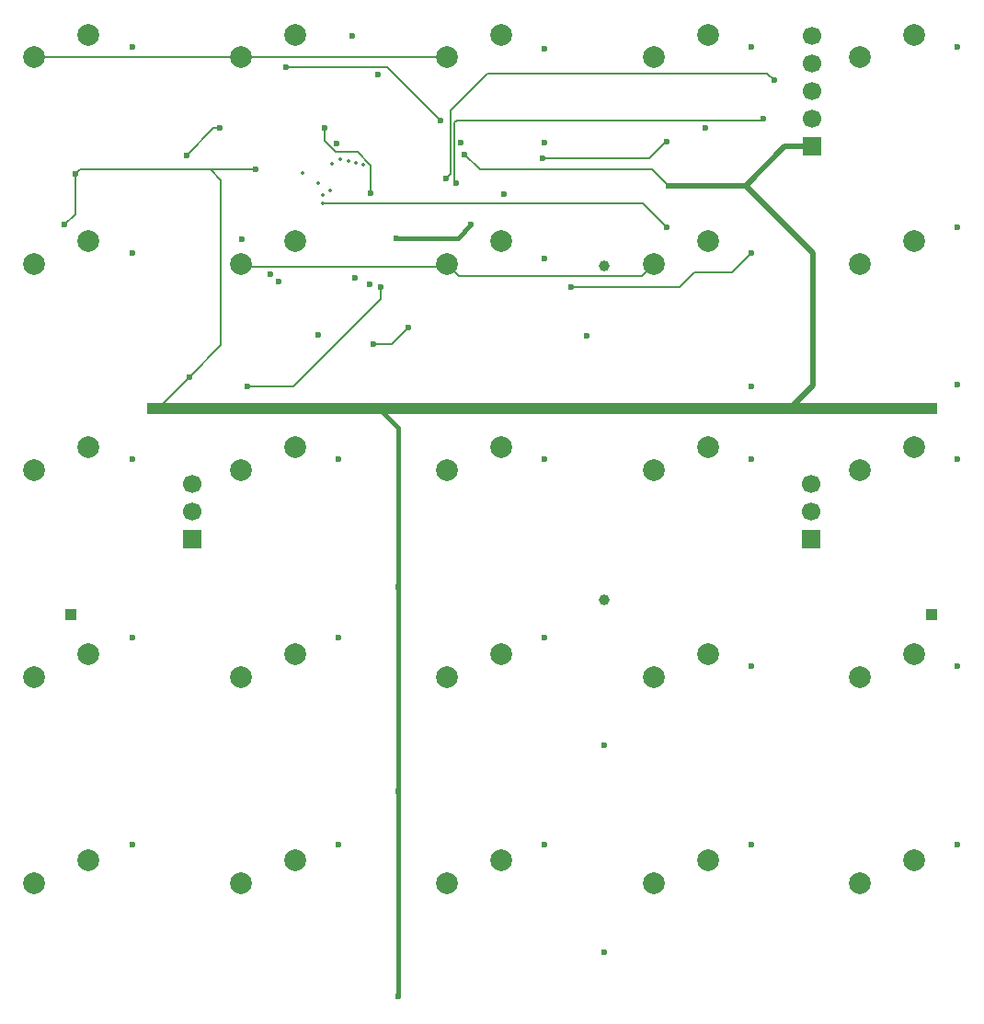
<source format=gbr>
%TF.GenerationSoftware,KiCad,Pcbnew,9.0.2*%
%TF.CreationDate,2026-01-27T21:16:03+01:00*%
%TF.ProjectId,Keymodule,4b65796d-6f64-4756-9c65-2e6b69636164,rev?*%
%TF.SameCoordinates,Original*%
%TF.FileFunction,Copper,L4,Bot*%
%TF.FilePolarity,Positive*%
%FSLAX46Y46*%
G04 Gerber Fmt 4.6, Leading zero omitted, Abs format (unit mm)*
G04 Created by KiCad (PCBNEW 9.0.2) date 2026-01-27 21:16:03*
%MOMM*%
%LPD*%
G01*
G04 APERTURE LIST*
%TA.AperFunction,ComponentPad*%
%ADD10R,1.700000X1.700000*%
%TD*%
%TA.AperFunction,ComponentPad*%
%ADD11C,1.700000*%
%TD*%
%TA.AperFunction,ComponentPad*%
%ADD12R,1.000000X1.000000*%
%TD*%
%TA.AperFunction,ComponentPad*%
%ADD13C,2.000000*%
%TD*%
%TA.AperFunction,ViaPad*%
%ADD14C,0.600000*%
%TD*%
%TA.AperFunction,ViaPad*%
%ADD15C,1.000000*%
%TD*%
%TA.AperFunction,ViaPad*%
%ADD16C,0.350000*%
%TD*%
%TA.AperFunction,Conductor*%
%ADD17C,0.200000*%
%TD*%
%TA.AperFunction,Conductor*%
%ADD18C,0.500000*%
%TD*%
%TA.AperFunction,Conductor*%
%ADD19C,1.000000*%
%TD*%
%TA.AperFunction,Conductor*%
%ADD20C,0.400000*%
%TD*%
G04 APERTURE END LIST*
D10*
%TO.P,J3,1,Pin_1*%
%TO.N,potSig*%
X71500000Y-102560000D03*
D11*
%TO.P,J3,2,Pin_2*%
%TO.N,SDA*%
X71500000Y-100020000D03*
%TO.P,J3,3,Pin_3*%
%TO.N,SCL*%
X71500000Y-97480000D03*
%TD*%
D12*
%TO.P,GND,1,Pin_1*%
%TO.N,GND*%
X139600000Y-109500000D03*
%TD*%
%TO.P,5V,1,Pin_1*%
%TO.N,+5V*%
X139600000Y-90500000D03*
%TD*%
%TO.P,5V,1,Pin_1*%
%TO.N,+5V*%
X67900000Y-90500000D03*
%TD*%
D10*
%TO.P,REF\u002A\u002A,1*%
%TO.N,+5V*%
X128600000Y-66400000D03*
D11*
%TO.P,REF\u002A\u002A,2*%
%TO.N,Net-(J11-Pin_4)*%
X128600000Y-63860000D03*
%TO.P,REF\u002A\u002A,3*%
%TO.N,Net-(J11-Pin_3)*%
X128600000Y-61320000D03*
%TO.P,REF\u002A\u002A,4*%
%TO.N,GND*%
X128600000Y-58780000D03*
%TO.P,REF\u002A\u002A,5*%
%TO.N,N/C*%
X128600000Y-56240000D03*
%TD*%
D12*
%TO.P,GND,1,Pin_1*%
%TO.N,GND*%
X60400000Y-109500000D03*
%TD*%
D13*
%TO.P,M_SW18,1*%
%TO.N,Net-(D20-K)*%
X81000000Y-94100000D03*
%TO.P,M_SW18,2*%
%TO.N,col2*%
X76000000Y-96200000D03*
%TD*%
%TO.P,M_SW2,1*%
%TO.N,Net-(D4-K)*%
X138000000Y-75100000D03*
%TO.P,M_SW2,2*%
%TO.N,col1*%
X133000000Y-77200000D03*
%TD*%
%TO.P,M_SW21,1*%
%TO.N,Net-(D23-K)*%
X62000000Y-56100000D03*
%TO.P,M_SW21,2*%
%TO.N,col0*%
X57000000Y-58200000D03*
%TD*%
%TO.P,M_SW20,1*%
%TO.N,Net-(D22-K)*%
X81000000Y-132100000D03*
%TO.P,M_SW20,2*%
%TO.N,col4*%
X76000000Y-134200000D03*
%TD*%
%TO.P,M_SW9,1*%
%TO.N,Net-(D11-K)*%
X119000000Y-113100000D03*
%TO.P,M_SW9,2*%
%TO.N,col3*%
X114000000Y-115200000D03*
%TD*%
%TO.P,M_SW6,1*%
%TO.N,Net-(D8-K)*%
X119000000Y-56100000D03*
%TO.P,M_SW6,2*%
%TO.N,col0*%
X114000000Y-58200000D03*
%TD*%
%TO.P,M_SW5,1*%
%TO.N,Net-(D7-K)*%
X138000000Y-132100000D03*
%TO.P,M_SW5,2*%
%TO.N,col4*%
X133000000Y-134200000D03*
%TD*%
%TO.P,M_SW19,1*%
%TO.N,Net-(D21-K)*%
X81000000Y-113100000D03*
%TO.P,M_SW19,2*%
%TO.N,col3*%
X76000000Y-115200000D03*
%TD*%
%TO.P,M_SW8,1*%
%TO.N,Net-(D10-K)*%
X119000000Y-94100000D03*
%TO.P,M_SW8,2*%
%TO.N,col2*%
X114000000Y-96200000D03*
%TD*%
%TO.P,M_SW12,1*%
%TO.N,Net-(D14-K)*%
X100000000Y-75100000D03*
%TO.P,M_SW12,2*%
%TO.N,col1*%
X95000000Y-77200000D03*
%TD*%
%TO.P,M_SW23,1*%
%TO.N,Net-(D25-K)*%
X62000000Y-94100000D03*
%TO.P,M_SW23,2*%
%TO.N,col2*%
X57000000Y-96200000D03*
%TD*%
%TO.P,M_SW11,1*%
%TO.N,Net-(D13-K)*%
X100000000Y-56100000D03*
%TO.P,M_SW11,2*%
%TO.N,col0*%
X95000000Y-58200000D03*
%TD*%
%TO.P,M_SW16,1*%
%TO.N,Net-(D18-K)*%
X81000000Y-56100000D03*
%TO.P,M_SW16,2*%
%TO.N,col0*%
X76000000Y-58200000D03*
%TD*%
%TO.P,M_SW7,1*%
%TO.N,Net-(D9-K)*%
X119000000Y-75100000D03*
%TO.P,M_SW7,2*%
%TO.N,col1*%
X114000000Y-77200000D03*
%TD*%
%TO.P,M_SW3,1*%
%TO.N,Net-(D5-K)*%
X138000000Y-94100000D03*
%TO.P,M_SW3,2*%
%TO.N,col2*%
X133000000Y-96200000D03*
%TD*%
%TO.P,M_SW24,1*%
%TO.N,Net-(D26-K)*%
X62000000Y-113100000D03*
%TO.P,M_SW24,2*%
%TO.N,col3*%
X57000000Y-115200000D03*
%TD*%
%TO.P,M_SW14,1*%
%TO.N,Net-(D16-K)*%
X100000000Y-113100000D03*
%TO.P,M_SW14,2*%
%TO.N,col3*%
X95000000Y-115200000D03*
%TD*%
D10*
%TO.P,J6,1,Pin_1*%
%TO.N,potSig*%
X128500000Y-102560000D03*
D11*
%TO.P,J6,2,Pin_2*%
%TO.N,SDA*%
X128500000Y-100020000D03*
%TO.P,J6,3,Pin_3*%
%TO.N,SCL*%
X128500000Y-97480000D03*
%TD*%
D13*
%TO.P,M_SW25,1*%
%TO.N,Net-(D50-K)*%
X62000000Y-132100000D03*
%TO.P,M_SW25,2*%
%TO.N,col4*%
X57000000Y-134200000D03*
%TD*%
%TO.P,M_SW15,1*%
%TO.N,Net-(D17-K)*%
X100000000Y-132100000D03*
%TO.P,M_SW15,2*%
%TO.N,col4*%
X95000000Y-134200000D03*
%TD*%
%TO.P,M_SW4,1*%
%TO.N,Net-(D6-K)*%
X138000000Y-113100000D03*
%TO.P,M_SW4,2*%
%TO.N,col3*%
X133000000Y-115200000D03*
%TD*%
%TO.P,M_SW13,1*%
%TO.N,Net-(D15-K)*%
X100000000Y-94100000D03*
%TO.P,M_SW13,2*%
%TO.N,col2*%
X95000000Y-96200000D03*
%TD*%
%TO.P,M_SW1,1*%
%TO.N,Net-(D3-K)*%
X138000000Y-56100000D03*
%TO.P,M_SW1,2*%
%TO.N,col0*%
X133000000Y-58200000D03*
%TD*%
%TO.P,M_SW10,1*%
%TO.N,Net-(D12-K)*%
X119000000Y-132100000D03*
%TO.P,M_SW10,2*%
%TO.N,col4*%
X114000000Y-134200000D03*
%TD*%
%TO.P,M_SW17,1*%
%TO.N,Net-(D19-K)*%
X81000000Y-75100000D03*
%TO.P,M_SW17,2*%
%TO.N,col1*%
X76000000Y-77200000D03*
%TD*%
%TO.P,M_SW22,1*%
%TO.N,Net-(D24-K)*%
X62000000Y-75100000D03*
%TO.P,M_SW22,2*%
%TO.N,col1*%
X57000000Y-77200000D03*
%TD*%
D14*
%TO.N,GND*%
X118800000Y-64700000D03*
%TO.N,+5V*%
X115400000Y-70000000D03*
X96600000Y-67100000D03*
X77400000Y-68501000D03*
X71300000Y-87600000D03*
X90500000Y-106900000D03*
X90500000Y-144600000D03*
X59800000Y-73600000D03*
X60800000Y-68900000D03*
X90500000Y-125700000D03*
%TO.N,GND*%
X104000000Y-66000000D03*
X71000000Y-67200000D03*
X91464156Y-83034315D03*
X74100000Y-64700000D03*
X107900000Y-83800000D03*
D15*
X109500000Y-108100000D03*
D14*
X83700000Y-64700000D03*
D15*
X109500000Y-77400000D03*
D14*
X83100000Y-83700000D03*
X109500000Y-140506161D03*
X109500000Y-121500000D03*
X88211465Y-84589950D03*
X90300000Y-74800000D03*
X100200000Y-70800000D03*
X88600000Y-59800000D03*
X88000000Y-70700000D03*
X97200000Y-73600000D03*
%TO.N,+3.3V*%
X80200000Y-59100000D03*
X94400000Y-64000000D03*
%TO.N,row0*%
X115200000Y-73800000D03*
X142000000Y-130600000D03*
X142000000Y-57200000D03*
X142000000Y-88300000D03*
X142000000Y-114200000D03*
X142000000Y-95200000D03*
D16*
X83575000Y-71600000D03*
D14*
X142000000Y-73800000D03*
%TO.N,row1*%
X106400000Y-79300000D03*
D16*
X83594742Y-70819742D03*
D14*
X123000000Y-95200000D03*
X123000000Y-76200000D03*
X123000000Y-57200000D03*
X123000000Y-130600000D03*
X123000000Y-114200000D03*
X123000000Y-88500000D03*
D16*
%TO.N,row2*%
X84226000Y-70400000D03*
D14*
X104000000Y-111600000D03*
X104000000Y-76700000D03*
X104000000Y-95200000D03*
X104000000Y-57401000D03*
X104000000Y-130600000D03*
%TO.N,row3*%
X76100000Y-74900000D03*
X85000000Y-130600000D03*
X85000000Y-111600000D03*
D16*
X83100000Y-69800000D03*
D14*
X85000000Y-95200000D03*
X86300000Y-56200000D03*
%TO.N,row4*%
X66000000Y-57200000D03*
X66000000Y-95200000D03*
X66000000Y-76200000D03*
X66000000Y-130600000D03*
X66000000Y-111600000D03*
D16*
X81700000Y-68800000D03*
D14*
%TO.N,potSig*%
X76600000Y-88500000D03*
X88900000Y-79300000D03*
%TO.N,SCL*%
X79500000Y-78800000D03*
X87900000Y-79100000D03*
%TO.N,SDA*%
X86500000Y-78500000D03*
X78700000Y-78100000D03*
%TO.N,Net-(L2-DOUT)*%
X84800000Y-66100000D03*
X96300000Y-66000000D03*
%TO.N,Net-(L3-DOUT)*%
X103800000Y-67500000D03*
X115200000Y-65950000D03*
D16*
%TO.N,col0*%
X87300000Y-68100000D03*
%TO.N,col1*%
X86600000Y-67900000D03*
%TO.N,col2*%
X85900000Y-67700000D03*
%TO.N,col3*%
X85200000Y-67600000D03*
%TO.N,col4*%
X84400000Y-68000000D03*
D14*
%TO.N,USB_D+*%
X125100000Y-60300000D03*
X94900000Y-69300000D03*
%TO.N,USB_D-*%
X95800000Y-69800000D03*
X124100000Y-63800000D03*
%TD*%
D17*
%TO.N,+5V*%
X113900000Y-68500000D02*
X98000000Y-68500000D01*
X71300000Y-87600000D02*
X74200000Y-84700000D01*
X60800000Y-68900000D02*
X61000000Y-68700000D01*
D18*
X122500000Y-70000000D02*
X115400000Y-70000000D01*
X128700000Y-88400000D02*
X128700000Y-76200000D01*
D17*
X98000000Y-68500000D02*
X96600000Y-67100000D01*
X126600000Y-90500000D02*
X125900000Y-90500000D01*
D19*
X71300000Y-90500000D02*
X88700000Y-90500000D01*
D17*
X61199000Y-68501000D02*
X60800000Y-68900000D01*
X60800000Y-68900000D02*
X60800000Y-72600000D01*
D18*
X126600000Y-90500000D02*
X128700000Y-88400000D01*
X128700000Y-76200000D02*
X122500000Y-70000000D01*
D17*
X115400000Y-70000000D02*
X113900000Y-68500000D01*
D18*
X126100000Y-66400000D02*
X128600000Y-66400000D01*
D19*
X125900000Y-90500000D02*
X139600000Y-90500000D01*
X68000000Y-90500000D02*
X71300000Y-90500000D01*
D17*
X71300000Y-87600000D02*
X68400000Y-90500000D01*
D20*
X90500000Y-92300000D02*
X88700000Y-90500000D01*
D17*
X73200000Y-68501000D02*
X73100000Y-68501000D01*
X74200000Y-69501000D02*
X73200000Y-68501000D01*
D20*
X90500000Y-144600000D02*
X90500000Y-92300000D01*
D17*
X77400000Y-68501000D02*
X61199000Y-68501000D01*
X60800000Y-72600000D02*
X59800000Y-73600000D01*
D18*
X122500000Y-70000000D02*
X126100000Y-66400000D01*
D17*
X74200000Y-84700000D02*
X74200000Y-69501000D01*
D19*
X88700000Y-90500000D02*
X125900000Y-90500000D01*
D17*
%TO.N,GND*%
X86773166Y-66900000D02*
X84750057Y-66900000D01*
X89908521Y-84589950D02*
X91464156Y-83034315D01*
D20*
X96000000Y-74800000D02*
X97200000Y-73600000D01*
D17*
X88000000Y-70700000D02*
X88000000Y-68126834D01*
X88211465Y-84589950D02*
X89908521Y-84589950D01*
X83700000Y-65849943D02*
X83700000Y-64700000D01*
X84750057Y-66900000D02*
X83700000Y-65849943D01*
X71000000Y-67200000D02*
X73500000Y-64700000D01*
X73500000Y-64700000D02*
X74100000Y-64700000D01*
D20*
X90300000Y-74800000D02*
X96000000Y-74800000D01*
D17*
X88000000Y-68126834D02*
X86773166Y-66900000D01*
%TO.N,+3.3V*%
X80200000Y-59100000D02*
X89500000Y-59100000D01*
X89500000Y-59100000D02*
X94400000Y-64000000D01*
%TO.N,row0*%
X115200000Y-73800000D02*
X113000000Y-71600000D01*
X113000000Y-71600000D02*
X83575000Y-71600000D01*
%TO.N,row1*%
X116450000Y-79300000D02*
X117750000Y-78000000D01*
X121200000Y-78000000D02*
X123000000Y-76200000D01*
X117750000Y-78000000D02*
X121200000Y-78000000D01*
X106400000Y-79300000D02*
X116450000Y-79300000D01*
%TO.N,potSig*%
X80839892Y-88500000D02*
X76600000Y-88500000D01*
X88900000Y-80439892D02*
X80839892Y-88500000D01*
X88900000Y-79300000D02*
X88900000Y-80439892D01*
%TO.N,Net-(L2-DOUT)*%
X84800000Y-66100000D02*
X84900000Y-66000000D01*
%TO.N,Net-(L3-DOUT)*%
X113600000Y-67500000D02*
X103800000Y-67500000D01*
X115150000Y-65950000D02*
X113600000Y-67500000D01*
X115200000Y-65950000D02*
X115150000Y-65950000D01*
%TO.N,col0*%
X76000000Y-58200000D02*
X95000000Y-58200000D01*
X57000000Y-58200000D02*
X76000000Y-58200000D01*
%TO.N,col1*%
X95000000Y-77200000D02*
X96100000Y-78300000D01*
X96100000Y-78300000D02*
X112900000Y-78300000D01*
X112900000Y-78300000D02*
X114000000Y-77200000D01*
X76242422Y-77442422D02*
X94757578Y-77442422D01*
%TO.N,USB_D+*%
X94900000Y-69300000D02*
X95298000Y-68902000D01*
X98750000Y-59650000D02*
X124450000Y-59650000D01*
X95298000Y-68902000D02*
X95298000Y-63102000D01*
X124450000Y-59650000D02*
X125100000Y-60300000D01*
X95298000Y-63102000D02*
X98750000Y-59650000D01*
%TO.N,USB_D-*%
X95699000Y-69699000D02*
X95699000Y-64201000D01*
X95699000Y-64201000D02*
X95899000Y-64001000D01*
X95899000Y-64001000D02*
X123899000Y-64001000D01*
X95800000Y-69800000D02*
X95699000Y-69699000D01*
X123899000Y-64001000D02*
X124100000Y-63800000D01*
%TD*%
M02*

</source>
